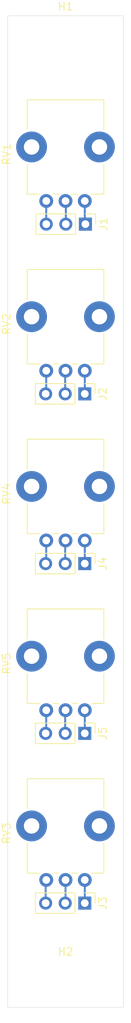
<source format=kicad_pcb>
(kicad_pcb (version 20221018) (generator pcbnew)
  (layers (0 "F.Cu" signal) (31 "B.Cu" signal) (34 "B.Paste" user) (35 "F.Paste" user) (36 "B.SilkS" user "B.Silkscreen") (37 "F.SilkS" user "F.Silkscreen") (38 "B.Mask" user) (39 "F.Mask" user) (44 "Edge.Cuts" user))
  (net 0 "")
  (net 1 "Net-(J1-Pad1)")
  (net 2 "Net-(J1-Pad2)")
  (net 3 "Net-(J1-Pad3)")
  (net 4 "Net-(J2-Pad3)")
  (net 5 "Net-(J2-Pad2)")
  (net 6 "Net-(J2-Pad1)")
  (net 7 "Net-(J3-Pad1)")
  (net 8 "Net-(J3-Pad2)")
  (net 9 "Net-(J3-Pad3)")
  (net 10 "Net-(J4-Pad3)")
  (net 11 "Net-(J4-Pad2)")
  (net 12 "Net-(J4-Pad1)")
  (net 13 "Net-(J5-Pad1)")
  (net 14 "Net-(J5-Pad2)")
  (net 15 "Net-(J5-Pad3)")
  (footprint "MountingHole:MountingHole_3.2mm_M3" (layer "F.Cu") (at 116.5 55)
    (fp_text reference "H1" (at 0 -4.2) (layer "F.SilkS"))
    (fp_text value "MountingHole")
    (pad "" np_thru_hole circle (at 0 0) (size 3.2 3.2) (drill 3.2) (layers "*.Cu" "*.Mask"))
  )
  (footprint "Connector_PinHeader_2.54mm:PinHeader_1x03_P2.54mm_Vertical" (layer "F.Cu") (at 119.08 79 -90)
    (fp_text reference "J1" (at 0 -2.33 90) (layer "F.SilkS"))
    (fp_text value "Conn_01x03_Female")
    (fp_line (start -1.33 -1.33) (end 0 -1.33) (stroke (width 0.12)) (layer "F.SilkS"))
    (fp_line (start -1.33 0) (end -1.33 -1.33) (stroke (width 0.12)) (layer "F.SilkS"))
    (fp_line (start -1.33 1.27) (end -1.33 6.41) (stroke (width 0.12)) (layer "F.SilkS"))
    (fp_line (start -1.33 1.27) (end 1.33 1.27) (stroke (width 0.12)) (layer "F.SilkS"))
    (fp_line (start -1.33 6.41) (end 1.33 6.41) (stroke (width 0.12)) (layer "F.SilkS"))
    (fp_line (start 1.33 1.27) (end 1.33 6.41) (stroke (width 0.12)) (layer "F.SilkS"))
    (pad "1" thru_hole rect (at 0 0 270) (size 1.7 1.7) (drill 1) (layers "*.Cu" "*.Mask") (net 1 "Net-(J1-Pad1)"))
    (pad "2" thru_hole oval (at 0 2.54 270) (size 1.7 1.7) (drill 1) (layers "*.Cu" "*.Mask") (net 2 "Net-(J1-Pad2)"))
    (pad "3" thru_hole oval (at 0 5.08 270) (size 1.7 1.7) (drill 1) (layers "*.Cu" "*.Mask") (net 3 "Net-(J1-Pad3)"))
  )
  (footprint "Connector_PinHeader_2.54mm:PinHeader_1x03_P2.54mm_Vertical" (layer "F.Cu") (at 119 101 -90)
    (fp_text reference "J2" (at 0 -2.33 90) (layer "F.SilkS"))
    (fp_text value "Conn_01x03_Female")
    (fp_line (start -1.33 -1.33) (end 0 -1.33) (stroke (width 0.12)) (layer "F.SilkS"))
    (fp_line (start -1.33 0) (end -1.33 -1.33) (stroke (width 0.12)) (layer "F.SilkS"))
    (fp_line (start -1.33 1.27) (end -1.33 6.41) (stroke (width 0.12)) (layer "F.SilkS"))
    (fp_line (start -1.33 1.27) (end 1.33 1.27) (stroke (width 0.12)) (layer "F.SilkS"))
    (fp_line (start -1.33 6.41) (end 1.33 6.41) (stroke (width 0.12)) (layer "F.SilkS"))
    (fp_line (start 1.33 1.27) (end 1.33 6.41) (stroke (width 0.12)) (layer "F.SilkS"))
    (pad "1" thru_hole rect (at 0 0 270) (size 1.7 1.7) (drill 1) (layers "*.Cu" "*.Mask") (net 6 "Net-(J2-Pad1)"))
    (pad "2" thru_hole oval (at 0 2.54 270) (size 1.7 1.7) (drill 1) (layers "*.Cu" "*.Mask") (net 5 "Net-(J2-Pad2)"))
    (pad "3" thru_hole oval (at 0 5.08 270) (size 1.7 1.7) (drill 1) (layers "*.Cu" "*.Mask") (net 4 "Net-(J2-Pad3)"))
  )
  (footprint "Connector_PinHeader_2.54mm:PinHeader_1x03_P2.54mm_Vertical" (layer "F.Cu") (at 119 167 -90)
    (fp_text reference "J3" (at 0 -2.33 90) (layer "F.SilkS"))
    (fp_text value "Conn_01x03_Female")
    (fp_line (start -1.33 -1.33) (end 0 -1.33) (stroke (width 0.12)) (layer "F.SilkS"))
    (fp_line (start -1.33 0) (end -1.33 -1.33) (stroke (width 0.12)) (layer "F.SilkS"))
    (fp_line (start -1.33 1.27) (end -1.33 6.41) (stroke (width 0.12)) (layer "F.SilkS"))
    (fp_line (start -1.33 1.27) (end 1.33 1.27) (stroke (width 0.12)) (layer "F.SilkS"))
    (fp_line (start -1.33 6.41) (end 1.33 6.41) (stroke (width 0.12)) (layer "F.SilkS"))
    (fp_line (start 1.33 1.27) (end 1.33 6.41) (stroke (width 0.12)) (layer "F.SilkS"))
    (pad "1" thru_hole rect (at 0 0 270) (size 1.7 1.7) (drill 1) (layers "*.Cu" "*.Mask") (net 7 "Net-(J3-Pad1)"))
    (pad "2" thru_hole oval (at 0 2.54 270) (size 1.7 1.7) (drill 1) (layers "*.Cu" "*.Mask") (net 8 "Net-(J3-Pad2)"))
    (pad "3" thru_hole oval (at 0 5.08 270) (size 1.7 1.7) (drill 1) (layers "*.Cu" "*.Mask") (net 9 "Net-(J3-Pad3)"))
  )
  (footprint "Connector_PinHeader_2.54mm:PinHeader_1x03_P2.54mm_Vertical" (layer "F.Cu") (at 119 123 -90)
    (fp_text reference "J4" (at 0 -2.33 90) (layer "F.SilkS"))
    (fp_text value "Conn_01x03_Female")
    (fp_line (start -1.33 -1.33) (end 0 -1.33) (stroke (width 0.12)) (layer "F.SilkS"))
    (fp_line (start -1.33 0) (end -1.33 -1.33) (stroke (width 0.12)) (layer "F.SilkS"))
    (fp_line (start -1.33 1.27) (end -1.33 6.41) (stroke (width 0.12)) (layer "F.SilkS"))
    (fp_line (start -1.33 1.27) (end 1.33 1.27) (stroke (width 0.12)) (layer "F.SilkS"))
    (fp_line (start -1.33 6.41) (end 1.33 6.41) (stroke (width 0.12)) (layer "F.SilkS"))
    (fp_line (start 1.33 1.27) (end 1.33 6.41) (stroke (width 0.12)) (layer "F.SilkS"))
    (pad "1" thru_hole rect (at 0 0 270) (size 1.7 1.7) (drill 1) (layers "*.Cu" "*.Mask") (net 12 "Net-(J4-Pad1)"))
    (pad "2" thru_hole oval (at 0 2.54 270) (size 1.7 1.7) (drill 1) (layers "*.Cu" "*.Mask") (net 11 "Net-(J4-Pad2)"))
    (pad "3" thru_hole oval (at 0 5.08 270) (size 1.7 1.7) (drill 1) (layers "*.Cu" "*.Mask") (net 10 "Net-(J4-Pad3)"))
  )
  (footprint "Connector_PinHeader_2.54mm:PinHeader_1x03_P2.54mm_Vertical" (layer "F.Cu") (at 119 145 -90)
    (fp_text reference "J5" (at 0 -2.33 90) (layer "F.SilkS"))
    (fp_text value "Conn_01x03_Female")
    (fp_line (start -1.33 -1.33) (end 0 -1.33) (stroke (width 0.12)) (layer "F.SilkS"))
    (fp_line (start -1.33 0) (end -1.33 -1.33) (stroke (width 0.12)) (layer "F.SilkS"))
    (fp_line (start -1.33 1.27) (end -1.33 6.41) (stroke (width 0.12)) (layer "F.SilkS"))
    (fp_line (start -1.33 1.27) (end 1.33 1.27) (stroke (width 0.12)) (layer "F.SilkS"))
    (fp_line (start -1.33 6.41) (end 1.33 6.41) (stroke (width 0.12)) (layer "F.SilkS"))
    (fp_line (start 1.33 1.27) (end 1.33 6.41) (stroke (width 0.12)) (layer "F.SilkS"))
    (pad "1" thru_hole rect (at 0 0 270) (size 1.7 1.7) (drill 1) (layers "*.Cu" "*.Mask") (net 13 "Net-(J5-Pad1)"))
    (pad "2" thru_hole oval (at 0 2.54 270) (size 1.7 1.7) (drill 1) (layers "*.Cu" "*.Mask") (net 14 "Net-(J5-Pad2)"))
    (pad "3" thru_hole oval (at 0 5.08 270) (size 1.7 1.7) (drill 1) (layers "*.Cu" "*.Mask") (net 15 "Net-(J5-Pad3)"))
  )
  (footprint "Potentiometer_THT:Potentiometer_Bourns_PTV09A-1_Single_Vertical" (layer "F.Cu") (at 119 98 90)
    (fp_text reference "RV2" (at 6.05 -10.15 90) (layer "F.SilkS"))
    (fp_text value "R_POT")
    (fp_line (start 0.88 -7.47) (end 0.88 -5.871) (stroke (width 0.12)) (layer "F.SilkS"))
    (fp_line (start 0.88 -7.47) (end 4.745 -7.47) (stroke (width 0.12)) (layer "F.SilkS"))
    (fp_line (start 0.88 -4.129) (end 0.88 -3.37) (stroke (width 0.12)) (layer "F.SilkS"))
    (fp_line (start 0.88 -1.629) (end 0.88 -0.87) (stroke (width 0.12)) (layer "F.SilkS"))
    (fp_line (start 0.88 0.87) (end 0.88 2.47) (stroke (width 0.12)) (layer "F.SilkS"))
    (fp_line (start 0.88 2.47) (end 4.745 2.47) (stroke (width 0.12)) (layer "F.SilkS"))
    (fp_line (start 9.255 -7.47) (end 13.12 -7.47) (stroke (width 0.12)) (layer "F.SilkS"))
    (fp_line (start 9.255 2.47) (end 13.12 2.47) (stroke (width 0.12)) (layer "F.SilkS"))
    (fp_line (start 13.12 -7.47) (end 13.12 2.47) (stroke (width 0.12)) (layer "F.SilkS"))
    (pad "" np_thru_hole circle (at 7 -6.9 90) (size 4 4) (drill 2) (layers "*.Cu" "*.Mask"))
    (pad "" np_thru_hole circle (at 7 1.9 90) (size 4 4) (drill 2) (layers "*.Cu" "*.Mask"))
    (pad "1" thru_hole circle (at 0 0 90) (size 1.8 1.8) (drill 1) (layers "*.Cu" "*.Mask") (net 6 "Net-(J2-Pad1)"))
    (pad "2" thru_hole circle (at 0 -2.5 90) (size 1.8 1.8) (drill 1) (layers "*.Cu" "*.Mask") (net 5 "Net-(J2-Pad2)"))
    (pad "3" thru_hole circle (at 0 -5 90) (size 1.8 1.8) (drill 1) (layers "*.Cu" "*.Mask") (net 4 "Net-(J2-Pad3)"))
  )
  (footprint "Potentiometer_THT:Potentiometer_Bourns_PTV09A-1_Single_Vertical" (layer "F.Cu") (at 119 164 90)
    (fp_text reference "RV3" (at 6.05 -10.15 90) (layer "F.SilkS"))
    (fp_text value "R_POT")
    (fp_line (start 0.88 -7.47) (end 0.88 -5.871) (stroke (width 0.12)) (layer "F.SilkS"))
    (fp_line (start 0.88 -7.47) (end 4.745 -7.47) (stroke (width 0.12)) (layer "F.SilkS"))
    (fp_line (start 0.88 -4.129) (end 0.88 -3.37) (stroke (width 0.12)) (layer "F.SilkS"))
    (fp_line (start 0.88 -1.629) (end 0.88 -0.87) (stroke (width 0.12)) (layer "F.SilkS"))
    (fp_line (start 0.88 0.87) (end 0.88 2.47) (stroke (width 0.12)) (layer "F.SilkS"))
    (fp_line (start 0.88 2.47) (end 4.745 2.47) (stroke (width 0.12)) (layer "F.SilkS"))
    (fp_line (start 9.255 -7.47) (end 13.12 -7.47) (stroke (width 0.12)) (layer "F.SilkS"))
    (fp_line (start 9.255 2.47) (end 13.12 2.47) (stroke (width 0.12)) (layer "F.SilkS"))
    (fp_line (start 13.12 -7.47) (end 13.12 2.47) (stroke (width 0.12)) (layer "F.SilkS"))
    (pad "" np_thru_hole circle (at 7 -6.9 90) (size 4 4) (drill 2) (layers "*.Cu" "*.Mask"))
    (pad "" np_thru_hole circle (at 7 1.9 90) (size 4 4) (drill 2) (layers "*.Cu" "*.Mask"))
    (pad "1" thru_hole circle (at 0 0 90) (size 1.8 1.8) (drill 1) (layers "*.Cu" "*.Mask") (net 7 "Net-(J3-Pad1)"))
    (pad "2" thru_hole circle (at 0 -2.5 90) (size 1.8 1.8) (drill 1) (layers "*.Cu" "*.Mask") (net 8 "Net-(J3-Pad2)"))
    (pad "3" thru_hole circle (at 0 -5 90) (size 1.8 1.8) (drill 1) (layers "*.Cu" "*.Mask") (net 9 "Net-(J3-Pad3)"))
  )
  (footprint "Potentiometer_THT:Potentiometer_Bourns_PTV09A-1_Single_Vertical" (layer "F.Cu") (at 119 120 90)
    (fp_text reference "RV4" (at 6.05 -10.15 90) (layer "F.SilkS"))
    (fp_text value "R_POT")
    (fp_line (start 0.88 -7.47) (end 0.88 -5.871) (stroke (width 0.12)) (layer "F.SilkS"))
    (fp_line (start 0.88 -7.47) (end 4.745 -7.47) (stroke (width 0.12)) (layer "F.SilkS"))
    (fp_line (start 0.88 -4.129) (end 0.88 -3.37) (stroke (width 0.12)) (layer "F.SilkS"))
    (fp_line (start 0.88 -1.629) (end 0.88 -0.87) (stroke (width 0.12)) (layer "F.SilkS"))
    (fp_line (start 0.88 0.87) (end 0.88 2.47) (stroke (width 0.12)) (layer "F.SilkS"))
    (fp_line (start 0.88 2.47) (end 4.745 2.47) (stroke (width 0.12)) (layer "F.SilkS"))
    (fp_line (start 9.255 -7.47) (end 13.12 -7.47) (stroke (width 0.12)) (layer "F.SilkS"))
    (fp_line (start 9.255 2.47) (end 13.12 2.47) (stroke (width 0.12)) (layer "F.SilkS"))
    (fp_line (start 13.12 -7.47) (end 13.12 2.47) (stroke (width 0.12)) (layer "F.SilkS"))
    (pad "" np_thru_hole circle (at 7 -6.9 90) (size 4 4) (drill 2) (layers "*.Cu" "*.Mask"))
    (pad "" np_thru_hole circle (at 7 1.9 90) (size 4 4) (drill 2) (layers "*.Cu" "*.Mask"))
    (pad "1" thru_hole circle (at 0 0 90) (size 1.8 1.8) (drill 1) (layers "*.Cu" "*.Mask") (net 12 "Net-(J4-Pad1)"))
    (pad "2" thru_hole circle (at 0 -2.5 90) (size 1.8 1.8) (drill 1) (layers "*.Cu" "*.Mask") (net 11 "Net-(J4-Pad2)"))
    (pad "3" thru_hole circle (at 0 -5 90) (size 1.8 1.8) (drill 1) (layers "*.Cu" "*.Mask") (net 10 "Net-(J4-Pad3)"))
  )
  (footprint "Potentiometer_THT:Potentiometer_Bourns_PTV09A-1_Single_Vertical" (layer "F.Cu") (at 119 142 90)
    (fp_text reference "RV5" (at 6.05 -10.15 90) (layer "F.SilkS"))
    (fp_text value "R_POT")
    (fp_line (start 0.88 -7.47) (end 0.88 -5.871) (stroke (width 0.12)) (layer "F.SilkS"))
    (fp_line (start 0.88 -7.47) (end 4.745 -7.47) (stroke (width 0.12)) (layer "F.SilkS"))
    (fp_line (start 0.88 -4.129) (end 0.88 -3.37) (stroke (width 0.12)) (layer "F.SilkS"))
    (fp_line (start 0.88 -1.629) (end 0.88 -0.87) (stroke (width 0.12)) (layer "F.SilkS"))
    (fp_line (start 0.88 0.87) (end 0.88 2.47) (stroke (width 0.12)) (layer "F.SilkS"))
    (fp_line (start 0.88 2.47) (end 4.745 2.47) (stroke (width 0.12)) (layer "F.SilkS"))
    (fp_line (start 9.255 -7.47) (end 13.12 -7.47) (stroke (width 0.12)) (layer "F.SilkS"))
    (fp_line (start 9.255 2.47) (end 13.12 2.47) (stroke (width 0.12)) (layer "F.SilkS"))
    (fp_line (start 13.12 -7.47) (end 13.12 2.47) (stroke (width 0.12)) (layer "F.SilkS"))
    (pad "" np_thru_hole circle (at 7 -6.9 90) (size 4 4) (drill 2) (layers "*.Cu" "*.Mask"))
    (pad "" np_thru_hole circle (at 7 1.9 90) (size 4 4) (drill 2) (layers "*.Cu" "*.Mask"))
    (pad "1" thru_hole circle (at 0 0 90) (size 1.8 1.8) (drill 1) (layers "*.Cu" "*.Mask") (net 13 "Net-(J5-Pad1)"))
    (pad "2" thru_hole circle (at 0 -2.5 90) (size 1.8 1.8) (drill 1) (layers "*.Cu" "*.Mask") (net 14 "Net-(J5-Pad2)"))
    (pad "3" thru_hole circle (at 0 -5 90) (size 1.8 1.8) (drill 1) (layers "*.Cu" "*.Mask") (net 15 "Net-(J5-Pad3)"))
  )
  (footprint "Potentiometer_THT:Potentiometer_Bourns_PTV09A-1_Single_Vertical" (layer "F.Cu") (at 119 76 90)
    (fp_text reference "RV1" (at 6.05 -10.15 90) (layer "F.SilkS"))
    (fp_text value "R_POT")
    (fp_line (start 0.88 -7.47) (end 0.88 -5.871) (stroke (width 0.12)) (layer "F.SilkS"))
    (fp_line (start 0.88 -7.47) (end 4.745 -7.47) (stroke (width 0.12)) (layer "F.SilkS"))
    (fp_line (start 0.88 -4.129) (end 0.88 -3.37) (stroke (width 0.12)) (layer "F.SilkS"))
    (fp_line (start 0.88 -1.629) (end 0.88 -0.87) (stroke (width 0.12)) (layer "F.SilkS"))
    (fp_line (start 0.88 0.87) (end 0.88 2.47) (stroke (width 0.12)) (layer "F.SilkS"))
    (fp_line (start 0.88 2.47) (end 4.745 2.47) (stroke (width 0.12)) (layer "F.SilkS"))
    (fp_line (start 9.255 -7.47) (end 13.12 -7.47) (stroke (width 0.12)) (layer "F.SilkS"))
    (fp_line (start 9.255 2.47) (end 13.12 2.47) (stroke (width 0.12)) (layer "F.SilkS"))
    (fp_line (start 13.12 -7.47) (end 13.12 2.47) (stroke (width 0.12)) (layer "F.SilkS"))
    (pad "" np_thru_hole circle (at 7 -6.9 90) (size 4 4) (drill 2) (layers "*.Cu" "*.Mask"))
    (pad "" np_thru_hole circle (at 7 1.9 90) (size 4 4) (drill 2) (layers "*.Cu" "*.Mask"))
    (pad "1" thru_hole circle (at 0 0 90) (size 1.8 1.8) (drill 1) (layers "*.Cu" "*.Mask") (net 1 "Net-(J1-Pad1)"))
    (pad "2" thru_hole circle (at 0 -2.5 90) (size 1.8 1.8) (drill 1) (layers "*.Cu" "*.Mask") (net 2 "Net-(J1-Pad2)"))
    (pad "3" thru_hole circle (at 0 -5 90) (size 1.8 1.8) (drill 1) (layers "*.Cu" "*.Mask") (net 3 "Net-(J1-Pad3)"))
  )
  (footprint "MountingHole:MountingHole_3.2mm_M3" (layer "F.Cu") (at 116.5 177.5)
    (fp_text reference "H2" (at 0 -4.2) (layer "F.SilkS"))
    (fp_text value "MountingHole")
    (pad "" np_thru_hole circle (at 0 0) (size 3.2 3.2) (drill 3.2) (layers "*.Cu" "*.Mask"))
  )
  (gr_line (start 124 52) (end 109 52) (stroke (width 0.05)) (layer "Edge.Cuts"))
  (gr_line (start 109 52) (end 109 180.5) (stroke (width 0.05)) (layer "Edge.Cuts"))
  (gr_line (start 109 180.5) (end 124 180.5) (stroke (width 0.05)) (layer "Edge.Cuts"))
  (gr_line (start 124 180.5) (end 124 52) (stroke (width 0.05)) (layer "Edge.Cuts"))
  (segment (start 119 76) (end 119 78.92) (width 0.25) (layer "B.Cu") (net 1))
  (segment (start 119 78.92) (end 119.08 79) (width 0.25) (layer "B.Cu") (net 1))
  (segment (start 116.54 76.04) (end 116.5 76) (width 0.25) (layer "B.Cu") (net 2))
  (segment (start 116.54 79) (end 116.54 76.04) (width 0.25) (layer "B.Cu") (net 2))
  (segment (start 114 76) (end 114 79) (width 0.25) (layer "B.Cu") (net 3))
  (segment (start 114 98) (end 114 100.92) (width 0.25) (layer "B.Cu") (net 4))
  (segment (start 114 100.92) (end 113.92 101) (width 0.25) (layer "B.Cu") (net 4))
  (segment (start 116.46 101) (end 116.46 98.04) (width 0.25) (layer "B.Cu") (net 5))
  (segment (start 116.46 98.04) (end 116.5 98) (width 0.25) (layer "B.Cu") (net 5))
  (segment (start 119 98) (end 119 101) (width 0.25) (layer "B.Cu") (net 6))
  (segment (start 119 167) (end 119 164) (width 0.25) (layer "B.Cu") (net 7))
  (segment (start 116.5 166.96) (end 116.46 167) (width 0.25) (layer "B.Cu") (net 8))
  (segment (start 116.5 164) (end 116.5 166.96) (width 0.25) (layer "B.Cu") (net 8))
  (segment (start 113.92 167) (end 113.92 164.08) (width 0.25) (layer "B.Cu") (net 9))
  (segment (start 113.92 164.08) (end 114 164) (width 0.25) (layer "B.Cu") (net 9))
  (segment (start 114 122.92) (end 113.92 123) (width 0.25) (layer "B.Cu") (net 10))
  (segment (start 114 120) (end 114 122.92) (width 0.25) (layer "B.Cu") (net 10))
  (segment (start 116.46 123) (end 116.46 120.04) (width 0.25) (layer "B.Cu") (net 11))
  (segment (start 116.46 120.04) (end 116.5 120) (width 0.25) (layer "B.Cu") (net 11))
  (segment (start 119 120) (end 119 123) (width 0.25) (layer "B.Cu") (net 12))
  (segment (start 119 142) (end 119 145) (width 0.25) (layer "B.Cu") (net 13))
  (segment (start 116.46 145) (end 116.46 142.04) (width 0.25) (layer "B.Cu") (net 14))
  (segment (start 116.46 142.04) (end 116.5 142) (width 0.25) (layer "B.Cu") (net 14))
  (segment (start 114 142) (end 114 144.92) (width 0.25) (layer "B.Cu") (net 15))
  (segment (start 114 144.92) (end 113.92 145) (width 0.25) (layer "B.Cu") (net 15))
)
</source>
